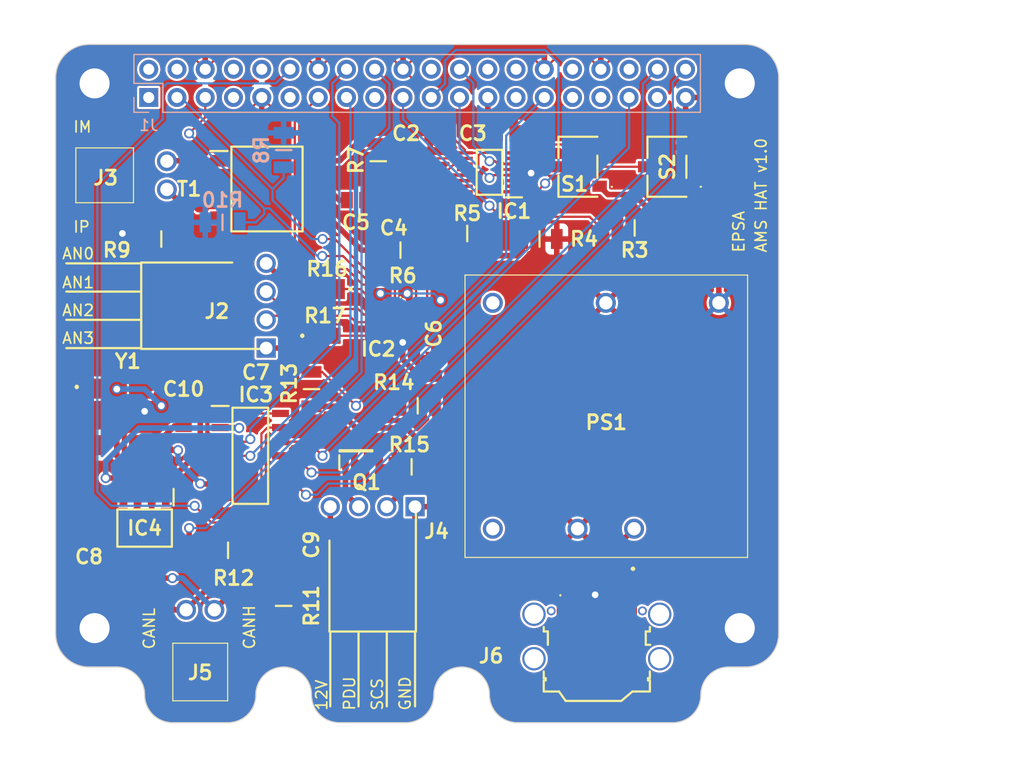
<source format=kicad_pcb>
(kicad_pcb (version 20240108) (generator "pcbnew") (generator_version "8.0")
  (title_block (date "15 nov 2012"))
  (layers (0 "F.Cu" signal) (31 "B.Cu" signal) (34 "B.Paste" user) (35 "F.Paste" user) (36 "B.SilkS" user "B.Silkscreen") (37 "F.SilkS" user "F.Silkscreen") (38 "B.Mask" user) (39 "F.Mask" user) (44 "Edge.Cuts" user))
  (net 0 "")
  (net 1 "GND")
  (net 2 "/GPIO2{slash}SDA1")
  (net 3 "/GPIO3{slash}SCL1")
  (net 4 "/GPIO4{slash}GPCLK0")
  (net 5 "/GPIO14{slash}TXD0")
  (net 6 "/GPIO15{slash}RXD0")
  (net 7 "/GPIO21{slash}PCM.DOUT{slash}SPI1.SCLK")
  (net 8 "/GPIO18{slash}PCM.CLK{slash}SPI1.CE0")
  (net 9 "/GPIO27")
  (net 10 "/GPIO22")
  (net 11 "/GPIO23")
  (net 12 "/GPIO24")
  (net 13 "/GPIO10{slash}SPI0.MOSI")
  (net 14 "/GPIO9{slash}SPI0.MISO")
  (net 15 "/GPIO25")
  (net 16 "/GPIO11{slash}SPI0.SCLK")
  (net 17 "/GPIO8{slash}SPI0.CE0")
  (net 18 "/GPIO7{slash}SPI0.CE1")
  (net 19 "/ID_SDA")
  (net 20 "/ID_SCL")
  (net 21 "/GPIO5")
  (net 22 "/GPIO6")
  (net 23 "/GPIO12{slash}PWM0")
  (net 24 "/GPIO13{slash}PWM1")
  (net 25 "/GPIO20{slash}PCM.DIN{slash}SPI1.MOSI")
  (net 26 "/GPIO19{slash}PCM.FS{slash}SPI1.MISO")
  (net 27 "/GPIO26")
  (net 28 "/GPIO16{slash}SPI1.CE2")
  (net 29 "/GPIO17{slash}SPI1.CE1")
  (net 30 "+5V")
  (net 31 "+3V3")
  (net 32 "Net-(C4-Pad2)")
  (net 33 "Net-(T1-SEC_2)")
  (net 34 "Net-(IC3-OSC1)")
  (net 35 "/PHA")
  (net 36 "Net-(IC1-IBIAS)")
  (net 37 "Net-(IC1-IM)")
  (net 38 "Net-(IC1-IP)")
  (net 39 "/POL")
  (net 40 "Net-(IC1-ICMP)")
  (net 41 "/AN2")
  (net 42 "/AN1")
  (net 43 "/AN0")
  (net 44 "/AN3")
  (net 47 "Net-(IC3-TXCAN)")
  (net 49 "Net-(IC3-RXCAN)")
  (net 50 "/CANH")
  (net 52 "/CANL")
  (net 53 "/IP")
  (net 54 "/IM")
  (net 55 "/PDU")
  (net 56 "/SCS Out")
  (net 57 "+12V")
  (net 76 "Net-(C9-Pad1)")
  (net 77 "+5VP")
  (net 78 "Net-(IC2-AIN0)")
  (net 79 "Net-(IC2-AIN3)")
  (footprint "EPSA_lib:CAPC2012X130N" (layer "F.Cu") (at 120.5 89 90)
    (property "Reference" "C9")
    (property "Value" "4.7n" (hide yes))
  )
  (footprint "EPSA_lib:CAPC2012X130N" (layer "F.Cu") (at 131.5 58 90)
    (property "Reference" "C4")
    (property "Value" "10n" (hide yes))
  )
  (footprint "MountingHole:MountingHole_2.7mm_M2.5" (layer "F.Cu") (at 161.5 47.5)
    (property "Reference" "MH2" (hide yes))
    (property "Value" "MountingHole_2.7mm_M2.5" (hide yes))
  )
  (footprint "EPSA_lib:USB472003A" (layer "F.Cu") (at 148.65 99)
    (property "Reference" "J6")
    (property "Value" "Connecteur USB-C USB4720-03-A" (hide yes))
  )
  (footprint "EPSA_lib:RESC3216X70N" (layer "F.Cu") (at 152.05 60.5 180)
    (property "Reference" "R3")
    (property "Value" "2k" (hide yes))
  )
  (footprint "EPSA_lib:RESC3216X70N" (layer "F.Cu") (at 129 54.5 90)
    (property "Reference" "R7")
    (property "Value" "51" (hide yes))
  )
  (footprint "EPSA_lib:RESC3216X70N" (layer "F.Cu") (at 123 75 90)
    (property "Reference" "R13")
    (property "Value" "3k9" (hide yes))
  )
  (footprint "EPSA_lib:RESC3216X70N" (layer "F.Cu") (at 109.5 61.5)
    (property "Reference" "R9")
    (property "Value" "2k" (hide yes))
  )
  (footprint "EPSA_lib:RESC3216X70N" (layer "F.Cu") (at 131 62.5)
    (property "Reference" "R6")
    (property "Value" "51" (hide yes))
  )
  (footprint "EPSA_lib:1718574002" (layer "F.Cu") (at 111.73 94.8565)
    (property "Reference" "J5")
    (property "Value" "2P Angle 171857-4002" (hide yes))
  )
  (footprint "EPSA_lib:RESC3216X70N" (layer "F.Cu") (at 120.5 94.5 -90)
    (property "Reference" "R11")
    (property "Value" "60" (hide yes))
  )
  (footprint "EPSA_lib:SOT95P237X112-3N" (layer "F.Cu") (at 127 80.55 90)
    (property "Reference" "Q1")
    (property "Value" "NMOS SQ2348ES-T1_GE3" (hide yes))
  )
  (footprint "EPSA_lib:CAPC2012X130N" (layer "F.Cu") (at 140.5 52)
    (property "Reference" "C3")
    (property "Value" "100n" (hide yes))
  )
  (footprint "EPSA_lib:HDRRA4W66P0X254_1X4_762X818X635P" (layer "F.Cu") (at 118.924 71.31 90)
    (property "Reference" "J2")
    (property "Value" "4P Angle 171857-4004" (hide yes))
  )
  (footprint "EPSA_lib:RESC3216X70N" (layer "F.Cu") (at 132 82)
    (property "Reference" "R15")
    (property "Value" "8k2" (hide yes))
  )
  (footprint "EPSA_lib:RCS0805_E3" (layer "F.Cu") (at 124.175 70.2)
    (property "Reference" "R17")
    (property "Value" "47 .5W" (hide yes))
  )
  (footprint "EPSA_lib:SOP50P490X110-16N" (layer "F.Cu") (at 139 55.5 180)
    (property "Reference" "IC1")
    (property "Value" "LTC6820HMS#PBF" (hide yes))
  )
  (footprint "EPSA_lib:CAPC2012X130N" (layer "F.Cu") (at 127 58)
    (property "Reference" "C5")
    (property "Value" "10n" (hide yes))
  )
  (footprint "EPSA_lib:CAPC2012X130N" (layer "F.Cu") (at 111.5 77.5 90)
    (property "Reference" "C10")
    (property "Value" "22p" (hide yes))
  )
  (footprint "EPSA_lib:CB33C20M0000" (layer "F.Cu") (at 105.5 77.5 -90)
    (property "Reference" "Y1")
    (property "Value" "Oscillateur CB3-3C-20M0000" (hide yes))
  )
  (footprint "MountingHole:MountingHole_2.7mm_M2.5" (layer "F.Cu") (at 103.5 96.5)
    (property "Reference" "MH3" (hide yes))
    (property "Value" "MountingHole_2.7mm_M2.5" (hide yes))
  )
  (footprint "EPSA_lib:SOIC127P600X175-14N" (layer "F.Cu") (at 117.5 81)
    (property "Reference" "IC3")
    (property "Value" "CAN Controller MCP2518FDT-H_SL" (hide yes))
  )
  (footprint "EPSA_lib:RESC3216X70N" (layer "F.Cu") (at 143.5 61.5)
    (property "Reference" "R4")
    (property "Value" "2.8k" (hide yes))
  )
  (footprint "MountingHole:MountingHole_2.7mm_M2.5" (layer "F.Cu") (at 103.5 47.5)
    (property "Reference" "MH1" (hide yes))
    (property "Value" "MountingHole_2.7mm_M2.5" (hide yes))
  )
  (footprint "EPSA_lib:CAS120B" (layer "F.Cu") (at 154.95 55 90)
    (property "Reference" "S2")
    (property "Value" "CAS-120B" (hide yes))
  )
  (footprint "EPSA_lib:CAPC2012X130N" (layer "F.Cu") (at 134.5 52 180)
    (property "Reference" "C2")
    (property "Value" "100n" (hide yes))
  )
  (footprint "EPSA_lib:HDRRA4W66P0X254_1X4_762X818X635P" (layer "F.Cu") (at 132.31 85.576 180)
    (property "Reference" "J4")
    (property "Value" "4P Angle 171857-4004" (hide yes))
  )
  (footprint "EPSA_lib:THN301211" (layer "F.Cu") (at 152 87.56)
    (property "Reference" "PS1")
    (property "Value" "Alim" (hide yes))
  )
  (footprint "EPSA_lib:1718574002" (layer "F.Cu") (at 110 54.5 -90)
    (property "Reference" "J3")
    (property "Value" "2P Angle 171857-4002" (hide yes))
  )
  (footprint "EPSA_lib:RESC3216X70N" (layer "F.Cu") (at 137 61)
    (property "Reference" "R5")
    (property "Value" "1.21k" (hide yes))
  )
  (footprint "EPSA_lib:ADS1115QNKSRQ1" (layer "F.Cu") (at 130.25 68.29 -90)
    (property "Reference" "IC2")
    (property "Value" "ADC I2C ADS1115QNKSRQ1" (hide yes))
  )
  (footprint "MountingHole:MountingHole_2.7mm_M2.5" (layer "F.Cu") (at 161.5 96.5)
    (property "Reference" "MH4" (hide yes))
    (property "Value" "MountingHole_2.7mm_M2.5" (hide yes))
  )
  (footprint "EPSA_lib:CAPC2012X130N" (layer "F.Cu") (at 115 74)
    (property "Reference" "C7")
    (property "Value" "100n" (hide yes))
  )
  (footprint "EPSA_lib:RESC3216X70N" (layer "F.Cu") (at 115.5 89.5 180)
    (property "Reference" "R12")
    (property "Value" "60" (hide yes))
  )
  (footprint "EPSA_lib:CAS120B" (layer "F.Cu") (at 146.95 55 90)
    (property "Reference" "S1")
    (property "Value" "CAS-120B" (hide yes))
  )
  (footprint "EPSA_lib:RESC3216X70N" (layer "F.Cu") (at 132.55 76.5 180)
    (property "Reference" "R14")
    (property "Value" "8k2" (hide yes))
  )
  (footprint "EPSA_lib:CAPC2012X130N" (layer "F.Cu") (at 134 73 90)
    (property "Reference" "C6")
    (property "Value" "100n" (hide yes))
  )
  (footprint "EPSA_lib:SOP254P927X572-6N" (layer "F.Cu") (at 119 57)
    (property "Reference" "T1")
    (property "Value" "SM91502ALE" (hide yes))
  )
  (footprint "EPSA_lib:CAPC2012X130N" (layer "F.Cu") (at 103 87.5375 90)
    (property "Reference" "C8")
    (property "Value" "100n" (hide yes))
  )
  (footprint "EPSA_lib:RCS1206_E3" (layer "F.Cu") (at 124.2 66 180)
    (property "Reference" "R16")
    (property "Value" "24 .5W" (hide yes))
  )
  (footprint "EPSA_lib:SOIC127P600X165-8N" (layer "F.Cu") (at 108 87.5 -90)
    (property "Reference" "IC4")
    (property "Value" "CAN Transceiver BD41041FJ-CE2" (hide yes))
  )
  (footprint "Connector_PinSocket_2.54mm:PinSocket_2x20_P2.54mm_Vertical" (layer "B.Cu") (at 108.37 48.77 -90)
    (property "Reference" "J1")
    (property "Value" "GPIO")
  )
  (footprint "EPSA_lib:RESC3216X70N" (layer "B.Cu") (at 115 60 180)
    (property "Reference" "R10")
    (property "Value" "2k" (hide yes))
  )
  (footprint "EPSA_lib:RESC3216X70N" (layer "B.Cu") (at 120.5 53.5 90)
    (property "Reference" "R8")
    (property "Value" "2k" (hide yes))
  )
  (gr_arc (start 158 102.5) (mid 157.267767 104.267767) (end 155.5 105) (stroke (width 0.1)) (layer "Edge.Cuts"))
  (gr_arc (start 118 102.5) (mid 117.267767 104.267767) (end 115.5 105) (stroke (width 0.1)) (layer "Edge.Cuts"))
  (gr_arc (start 105.5 100) (mid 107.267767 100.732233) (end 108 102.5) (stroke (width 0.1)) (layer "Edge.Cuts"))
  (gr_arc (start 118 102.5) (mid 118.732233 100.732233) (end 120.5 100) (stroke (width 0.1)) (layer "Edge.Cuts"))
  (gr_arc (start 162 44) (mid 164.12132 44.87868) (end 165 47) (stroke (width 0.1)) (layer "Edge.Cuts"))
  (gr_arc (start 158 102.5) (mid 158.732233 100.732233) (end 160.5 100) (stroke (width 0.1)) (layer "Edge.Cuts"))
  (gr_line (start 165 97) (end 165 47) (stroke (width 0.1)) (layer "Edge.Cuts"))
  (gr_arc (start 136.5 100) (mid 138.267767 100.732233) (end 139 102.5) (stroke (width 0.1)) (layer "Edge.Cuts"))
  (gr_line (start 100 47) (end 100 63) (stroke (width 0.1)) (layer "Edge.Cuts"))
  (gr_arc (start 141.5 105) (mid 139.732233 104.267767) (end 139 102.5) (stroke (width 0.1)) (layer "Edge.Cuts"))
  (gr_arc (start 134 102.5) (mid 133.267767 104.267767) (end 131.5 105) (stroke (width 0.1)) (layer "Edge.Cuts"))
  (gr_line (start 125.5 105) (end 131.5 105) (stroke (width 0.1)) (layer "Edge.Cuts"))
  (gr_line (start 141.5 105) (end 155.5 105) (stroke (width 0.1)) (layer "Edge.Cuts"))
  (gr_line (start 100 63) (end 100 81) (stroke (width 0.1)) (layer "Edge.Cuts"))
  (gr_arc (start 103 100) (mid 100.87868 99.12132) (end 100 97) (stroke (width 0.1)) (layer "Edge.Cuts"))
  (gr_arc (start 125.5 105) (mid 123.732233 104.267767) (end 123 102.5) (stroke (width 0.1)) (layer "Edge.Cuts"))
  (gr_line (start 110.5 105) (end 115.5 105) (stroke (width 0.1)) (layer "Edge.Cuts"))
  (gr_line (start 103 100) (end 105.5 100) (stroke (width 0.1)) (layer "Edge.Cuts"))
  (gr_arc (start 134 102.5) (mid 134.732233 100.732233) (end 136.5 100) (stroke (width 0.1)) (layer "Edge.Cuts"))
  (gr_arc (start 120.5 100) (mid 122.267767 100.732233) (end 123 102.5) (stroke (width 0.1)) (layer "Edge.Cuts"))
  (gr_arc (start 110.5 105) (mid 108.732233 104.267767) (end 108 102.5) (stroke (width 0.1)) (layer "Edge.Cuts"))
  (gr_line (start 160.5 100) (end 162 100) (stroke (width 0.1)) (layer "Edge.Cuts"))
  (gr_arc (start 165 97) (mid 164.12132 99.12132) (end 162 100) (stroke (width 0.1)) (layer "Edge.Cuts"))
  (gr_arc (start 100 47) (mid 100.87868 44.87868) (end 103 44) (stroke (width 0.1)) (layer "Edge.Cuts"))
  (gr_line (start 100 81) (end 100 97) (stroke (width 0.1)) (layer "Edge.Cuts"))
  (gr_line (start 162 44) (end 103 44) (stroke (width 0.1)) (layer "Edge.Cuts"))
  (gr_text "AN1" (at 100.5 66 0) (layer "F.SilkS") (effects (font (size 1 1)) (justify left bottom)))
  (gr_text "CANH" (at 118 98.5 90) (layer "F.SilkS") (effects (font (size 1 1)) (justify left bottom)))
  (gr_text "AMS HAT v1.0" (at 164 62.8 90) (layer "F.SilkS") (effects (font (size 1 1)) (justify left bottom)))
  (gr_text "EPSA" (at 162 62.8 90) (layer "F.SilkS") (effects (font (size 1 1)) (justify left bottom)))
  (gr_text "CANL" (at 109 98.5 90) (layer "F.SilkS") (effects (font (size 1 1)) (justify left bottom)))
  (gr_text "PDU" (at 127 104 90) (layer "F.SilkS") (effects (font (size 1 1)) (justify left bottom)))
  (gr_text "IM" (at 101.5 52 0) (layer "F.SilkS") (effects (font (size 1 1)) (justify left bottom)))
  (gr_text "SCS" (at 129.5 104 90) (layer "F.SilkS") (effects (font (size 1 1)) (justify left bottom)))
  (gr_text "AN0" (at 100.5 63.4 0) (layer "F.SilkS") (effects (font (size 1 1)) (justify left bottom)))
  (gr_text "IP" (at 101.5 61 0) (layer "F.SilkS") (effects (font (size 1 1)) (justify left bottom)))
  (gr_text "AN3" (at 100.5 71 0) (layer "F.SilkS") (effects (font (size 1 1)) (justify left bottom)))
  (gr_text "GND" (at 132 104 90) (layer "F.SilkS") (effects (font (size 1 1)) (justify left bottom)))
  (gr_text "AN2" (at 100.5 68.5 0) (layer "F.SilkS") (effects (font (size 1 1)) (justify left bottom)))
  (gr_text "12V" (at 124.5 104 90) (layer "F.SilkS") (effects (font (size 1 1)) (justify left bottom)))
  (segment (start 119.5 49.74) (end 119.5 50) (width 0.2) (layer "F.Cu") (net 1))
  (segment (start 148 45.22) (end 148 45) (width 0.2) (layer "F.Cu") (net 1))
  (segment (start 114.68 45) (end 115 45) (width 0.2) (layer "F.Cu") (net 1))
  (segment (start 117.5 49.8) (end 118.53 48.77) (width 0.2) (layer "F.Cu") (net 1))
  (segment (start 113.45 46.23) (end 114.68 45) (width 0.2) (layer "F.Cu") (net 1))
  (segment (start 131.23 46.23) (end 132.5 47.5) (width 0.2) (layer "F.Cu") (net 1))
  (segment (start 143 45.3) (end 143 45) (width 0.2) (layer "F.Cu") (net 1))
  (segment (start 123.61 46.23) (end 124.5 45.34) (width 0.2) (layer "F.Cu") (net 1))
  (segment (start 111.5 76.68) (end 109.68 76.68) (width 0.5) (layer "F.Cu") (net 1))
  (segment (start 131.23 46.23) (end 132 45.46) (width 0.2) (layer "F.Cu") (net 1))
  (segment (start 143.93 46.23) (end 145 45.16) (width 0.2) (layer "F.Cu") (net 1))
  (segment (start 148 45.22) (end 149.01 46.23) (width 0.2) (layer "F.Cu") (net 1))
  (segment (start 129.2 66.4) (end 129.4 66.6) (width 0.2) (layer "F.Cu") (net 1))
  (segment (start 122.5 45.12) (end 123.61 46.23) (width 0.2) (layer "F.Cu") (net 1))
  (segment (start 124.5 45.34) (end 124.5 45) (width 0.2) (layer "F.Cu") (net 1))
  (segment (start 118.53 48.77) (end 119.5 49.74) (width 0.2) (layer "F.Cu") (net 1))
  (segment (start 143 45.3) (end 143.93 46.23) (width 0.2) (layer "F.Cu") (net 1))
  (segment (start 132 45.46) (end 132 45) (width 0.2) (layer "F.Cu") (net 1))
  (segment (start 131.6 66.4) (end 131.6 66.6) (width 0.2) (layer "F.Cu") (net 1))
  (segment (start 131.23 46.27) (end 131 46.5) (width 0.2) (layer "F.Cu") (net 1))
  (segment (start 117.5 49.8) (end 117.5 50) (width 0.2) (layer "F.Cu") (net 1))
  (segment (start 109.68 76.68) (end 109.5 76.5) (width 0.5) (layer "F.Cu") (net 1))
  (segment (start 112.22 45) (end 112 45) (width 0.2) (layer "F.Cu") (net 1))
  (segment (start 131.6 67.2) (end 131.6 66.4) (width 0.2) (layer "F.Cu") (net 1))
  (segment (start 131 67.6) (end 131.2 67.6) (width 0.2) (layer "F.Cu") (net 1))
  (segment (start 131.2 67.6) (end 131.6 67.2) (width 0.2) (layer "F.Cu") (net 1))
  (segment (start 130 67.6) (end 130 67.2) (width 0.2) (layer "F.Cu") (net 1))
  (segment (start 130 67.2) (end 129.2 66.4) (width 0.2) (layer "F.Cu") (net 1))
  (segment (start 130.5 45.5) (end 130.5 45) (width 0.2) (layer "F.Cu") (net 1))
  (segment (start 112.22 45) (end 113.45 46.23) (width 0.2) (layer "F.Cu") (net 1))
  (segment (start 150 45.24) (end 150 45) (width 0.2) (layer "F.Cu") (net 1))
  (segment (start 122.5 45.12) (end 122.5 45) (width 0.2) (layer "F.Cu") (net 1))
  (segment (start 149.01 46.23) (end 150 45.24) (width 0.2) (layer "F.Cu") (net 1))
  (segment (start 145 45.16) (end 145 45) (width 0.2) (layer "F.Cu") (net 1))
  (segment (start 131.23 46.23) (end 130.5 45.5) (width 0.2) (layer "F.Cu") (net 1))
  (via (at 129.2 66.4) (size 0.9) (drill 0.6) (layers "F.Cu" "B.Cu") (net 1))
  (via (at 134.6 67) (size 0.9) (drill 0.6) (layers "F.Cu" "B.Cu") (net 1))
  (via (at 105.5 75) (size 0.9) (drill 0.6) (layers "F.Cu" "B.Cu") (net 1))
  (via (at 131.6 66.4) (size 0.9) (drill 0.6) (layers "F.Cu" "B.Cu") (net 1))
  (via (at 109.5 76.5) (size 0.9) (drill 0.6) (layers "F.Cu" "B.Cu") (net 1))
  (segment (start 138.85 48.77) (end 138.85 49.31) (width 0.5) (layer "B.Cu") (net 1))
  (segment (start 134 66.4) (end 134.6 67) (width 0.2) (layer "B.Cu") (net 1))
  (segment (start 129.2 66.4) (end 131.6 66.4) (width 0.2) (layer "B.Cu") (net 1))
  (segment (start 108 75) (end 105.5 75) (width 0.5) (layer "B.Cu") (net 1))
  (segment (start 131.6 66.4) (end 134 66.4) (width 0.2) (layer "B.Cu") (net 1))
  (segment (start 109.5 76.5) (end 108 75) (width 0.5) (layer "B.Cu") (net 1))
  (segment (start 132.2 64.4) (end 133.4 65.6) (width 0.2) (layer "F.Cu") (net 2))
  (segment (start 133.4 65.6) (end 133.4 68.2) (width 0.2) (layer "F.Cu") (net 2))
  (segment (start 133.4 68.2) (end 132.62 68.98) (width 0.2) (layer "F.Cu") (net 2))
  (segment (start 128 64.4) (end 132.2 64.4) (width 0.2) (layer "F.Cu") (net 2))
  (segment (start 124 61.5) (end 125.1 61.5) (width 0.2) (layer "F.Cu") (net 2))
  (segment (start 132.62 68.98) (end 131 68.98) (width 0.2) (layer "F.Cu") (net 2))
  (segment (start 125.1 61.5) (end 128 64.4) (width 0.2) (layer "F.Cu") (net 2))
  (via (at 124 61.5) (size 0.9) (drill 0.6) (layers "F.Cu" "B.Cu") (net 2))
  (segment (start 119.5 57) (end 120.5 56) (width 0.2) (layer "B.Cu") (net 2))
  (segment (start 119.5 58) (end 119.5 57) (width 0.2) (layer "B.Cu") (net 2))
  (segment (start 124 61.5) (end 123 61.5) (width 0.2) (layer "B.Cu") (net 2))
  (segment (start 110.91 48.77) (end 111.27 48.77) (width 0.2) (layer "B.Cu") (net 2))
  (segment (start 111.27 48.77) (end 119.5 57) (width 0.2) (layer "B.Cu") (net 2))
  (segment (start 120.5 56) (end 120.5 55.05) (width 0.2) (layer "B.Cu") (net 2))
  (segment (start 123 61.5) (end 119.5 58) (width 0.2) (layer "B.Cu") (net 2))
  (segment (start 113.45 50.55) (end 112 52) (width 0.2) (layer "F.Cu") (net 3))
  (segment (start 113.45 48.77) (end 113.45 50.55) (width 0.2) (layer "F.Cu") (net 3))
  (segment (start 132.4 68) (end 132.11 68.29) (width 0.2) (layer "F.Cu") (net 3))
  (segment (start 131.6 65) (end 132.4 65.8) (width 0.2) (layer "F.Cu") (net 3))
  (segment (start 132.4 65.8) (end 132.4 68) (width 0.2) (layer "F.Cu") (net 3))
  (segment (start 125.830331 63.030331) (end 127.8 65) (width 0.2) (layer "F.Cu") (net 3))
  (segment (start 132.11 68.29) (end 131.115 68.29) (width 0.2) (layer "F.Cu") (net 3))
  (segment (start 123.969669 63.030331) (end 125.830331 63.030331) (width 0.2) (layer "F.Cu") (net 3))
  (segment (start 127.8 65) (end 131.6 65) (width 0.2) (layer "F.Cu") (net 3))
  (via (at 112 52) (size 0.9) (drill 0.6) (layers "F.Cu" "B.Cu") (net 3))
  (via (at 123.969669 63.030331) (size 0.9) (drill 0.6) (layers "F.Cu" "B.Cu") (net 3))
  (segment (start 118.75 58.75) (end 119.25 58.75) (width 0.2) (layer "B.Cu") (net 3))
  (segment (start 112 52) (end 118.75 58.75) (width 0.2) (layer "B.Cu") (net 3))
  (segment (start 116.55 60) (end 118 60) (width 0.2) (layer "B.Cu") (net 3))
  (segment (start 119.25 58.75) (end 123.530331 63.030331) (width 0.2) (layer "B.Cu") (net 3))
  (segment (start 123.530331 63.030331) (end 123.969669 63.030331) (width 0.2) (layer "B.Cu") (net 3))
  (segment (start 118 60) (end 118.75 59.25) (width 0.2) (layer "B.Cu") (net 3))
  (segment (start 118.75 59.25) (end 118.75 58.75) (width 0.2) (layer "B.Cu") (net 3))
  (segment (start 122 84) (end 122.5 84.5) (width 0.2) (layer "F.Cu") (net 7))
  (segment (start 121.27 82.27) (end 122 83) (width 0.2) (layer "F.Cu") (net 7))
  (segment (start 122 83) (end 122 84) (width 0.2) (layer "F.Cu") (net 7))
  (segment (start 122 84) (end 122.25 84.25) (width 0.2) (layer "F.Cu") (net 7))
  (segment (start 120.212 82.27) (end 121.27 82.27) (width 0.2) (layer "F.Cu") (net 7))
  (via (at 122.5 84.5) (size 0.9) (drill 0.6) (layers "F.Cu" "B.Cu") (net 7))
  (segment (start 123.5 84.5) (end 124.5 83.5) (width 0.2) (layer "B.Cu") (net 7))
  (segment (start 124.5 83.5) (end 127.5 83.5) (width 0.2) (layer "B.Cu") (net 7))
  (segment (start 155.48 55.52) (end 155.48 47.38) (width 0.2) (layer "B.Cu") (net 7))
  (segment (start 127.5 83.5) (end 155.48 55.52) (width 0.2) (layer "B.Cu") (net 7))
  (segment (start 122.5 84.5) (end 123.5 84.5) (width 0.2) (layer "B.Cu") (net 7))
  (segment (start 155.48 47.38) (end 156.63 46.23) (width 0.2) (layer "B.Cu") (net 7))
  (segment (start 119.04 78.46) (end 118.5 79) (width 0.2) (layer "F.Cu") (net 8))
  (segment (start 118.5 84.5) (end 116 87) (width 0.2) (layer "F.Cu") (net 8))
  (segment (start 118.5 79) (end 118.5 84.5) (width 0.2) (layer "F.Cu") (net 8))
  (segment (start 116 87) (end 114 87) (width 0.2) (layer "F.Cu") (net 8))
  (segment (start 120.212 78.46) (end 119.04 78.46) (width 0.2) (layer "F.Cu") (net 8))
  (segment (start 114 87) (end 112.5 85.5) (width 0.2) (layer "F.Cu") (net 8))
  (via (at 112.5 85.5) (size 0.9) (drill 0.6) (layers "F.Cu" "B.Cu") (net 8))
  (segment (start 105 85.5) (end 103.75 84.25) (width 0.2) (layer "B.Cu") (net 8))
  (segment (start 110 47.5) (end 119.8 47.5) (width 0.2) (layer "B.Cu") (net 8))
  (segment (start 112.5 85.5) (end 105 85.5) (width 0.2) (layer "B.Cu") (net 8))
  (segment (start 103.75 84.25) (end 103.75 56.603654) (width 0.2) (layer "B.Cu") (net 8))
  (segment (start 109.634066 47.865934) (end 110 47.5) (width 0.2) (layer "B.Cu") (net 8))
  (segment (start 103.75 56.603654) (end 109.634066 50.719588) (width 0.2) (layer "B.Cu") (net 8))
  (segment (start 109.634066 50.719588) (end 109.634066 47.865934) (width 0.2) (layer "B.Cu") (net 8))
  (segment (start 119.8 47.5) (end 121.07 46.23) (width 0.2) (layer "B.Cu") (net 8))
  (segment (start 111.05 61.5) (end 112 61.5) (width 0.2) (layer "F.Cu") (net 9))
  (segment (start 130.5 65.9) (end 130.5 67.6) (width 0.2) (layer "F.Cu") (net 9))
  (segment (start 112.5 62) (end 120.5 62) (width 0.2) (layer "F.Cu") (net 9))
  (segment (start 126.2 64.2) (end 127.6 65.6) (width 0.2) (layer "F.Cu") (net 9))
  (segment (start 112 61.5) (end 112.5 62) (width 0.2) (layer "F.Cu") (net 9))
  (segment (start 122.2 63) (end 123.4 64.2) (width 0.2) (layer "F.Cu") (net 9))
  (segment (start 130.2 65.6) (end 130.5 65.9) (width 0.2) (layer "F.Cu") (net 9))
  (segment (start 121.5 63) (end 122.2 63) (width 0.2) (layer "F.Cu") (net 9))
  (segment (start 121.5 50.88) (end 123.61 48.77) (width 0.2) (layer "F.Cu") (net 9))
  (segment (start 120.5 62) (end 121.5 63) (width 0.2) (layer "F.Cu") (net 9))
  (segment (start 123.4 64.2) (end 126.2 64.2) (width 0.2) (layer "F.Cu") (net 9))
  (segment (start 127.6 65.6) (end 130.2 65.6) (width 0.2) (layer "F.Cu") (net 9))
  (segment (start 121.5 63) (end 121.5 50.88) (width 0.2) (layer "F.Cu") (net 9))
  (segment (start 114.788 81) (end 117.5 81) (width 0.2) (layer "F.Cu") (net 10))
  (via (at 117.5 81) (size 0.9) (drill 0.6) (layers "F.Cu" "B.Cu") (net 10))
  (segment (start 126.5 49.12) (end 126.5 72) (width 0.2) (layer "B.Cu") (net 10))
  (segment (start 126.15 48.77) (end 126.5 49.12) (width 0.2) (layer "B.Cu") (net 10))
  (segment (start 126.5 72) (end 117.5 81) (width 0.2) (layer "B.Cu") (net 10))
  (segment (start 114.788 79.73) (end 117.27 79.73) (width 0.2) (layer "F.Cu") (net 11))
  (segment (start 117.27 79.73) (end 117.5 79.5) (width 0.2) (layer "F.Cu") (net 11))
  (via (at 117.5 79.5) (size 0.9) (drill 0.6) (layers "F.Cu" "B.Cu") (net 11))
  (segment (start 117.5 78.560661) (end 117.5 79.5) (width 0.2) (layer "B.Cu") (net 11))
  (segment (start 124.878405 47.501595) (end 124.878405 50.43189) (width 0.2) (layer "B.Cu") (net 11))
  (segment (start 125.5 70.560661) (end 117.5 78.560661) (width 0.2) (layer "B.Cu") (net 11))
  (segment (start 125.5 51.053485) (end 125.5 70.560661) (width 0.2) (layer "B.Cu") (net 11))
  (segment (start 124.878405 50.43189) (end 125.5 51.053485) (width 0.2) (layer "B.Cu") (net 11))
  (segment (start 126.15 46.23) (end 124.878405 47.501595) (width 0.2) (layer "B.Cu") (net 11))
  (segment (start 112 89.5) (end 112 87.5) (width 0.5) (layer "F.Cu") (net 12))
  (segment (start 111.225 90.275) (end 112 89.5) (width 0.5) (layer "F.Cu") (net 12))
  (segment (start 109.905 90.275) (end 111.225 90.275) (width 0.5) (layer "F.Cu") (net 12))
  (via (at 112 87.5) (size 0.9) (drill 0.6) (layers "F.Cu" "B.Cu") (net 12))
  (segment (start 130 51.5) (end 127.5 54) (width 0.2) (layer "B.Cu") (net 12))
  (segment (start 127.5 54) (end 127.5 73.5) (width 0.2) (layer "B.Cu") (net 12))
  (segment (start 113.5 87.5) (end 112 87.5) (width 0.2) (layer "B.Cu") (net 12))
  (segment (start 127.5 73.5) (end 113.5 87.5) (width 0.2) (layer "B.Cu") (net 12))
  (segment (start 128.69 46.23) (end 130 47.54) (width 0.2) (layer "B.Cu") (net 12))
  (segment (start 130 47.54) (end 130 51.5) (width 0.2) (layer "B.Cu") (net 12))
  (segment (start 142.1745 56.75) (end 142.5 57.0755) (width 0.2) (layer "F.Cu") (net 13))
  (segment (start 140 59.5) (end 139 58.5) (width 0.2) (layer "F.Cu") (net 13))
  (segment (start 142 59) (end 141.5 59.5) (width 0.2) (layer "F.Cu") (net 13))
  (segment (start 141.5 59.5) (end 140 59.5) (width 0.2) (layer "F.Cu") (net 13))
  (segment (start 141.212 56.75) (end 142.1745 56.75) (width 0.2) (layer "F.Cu") (net 13))
  (segment (start 142.5 57.0755) (end 142.5 58.5) (width 0.2) (layer "F.Cu") (net 13))
  (segment (start 142.5 58.5) (end 142 59) (width 0.2) (layer "F.Cu") (net 13))
  (via (at 139 58.5) (size 0.9) (drill 0.6) (layers "F.Cu" "B.Cu") (net 13))
  (segment (start 131.23 48.77) (end 131.23 50.73) (width 0.2) (layer "B.Cu") (net 13))
  (segment (start 131.23 50.73) (end 139.25 58.75) (width 0.2) (layer "B.Cu") (net 13))
  (segment (start 143 59) (end 143.5 59.5) (width 0.2) (layer "F.Cu") (net 14))
  (segment (start 141.212 56.25) (end 142.240186 56.25) (width 0.2) (layer "F.Cu") (net 14))
  (segment (start 149 60.5) (end 150.5 60.5) (width 0.2) (layer "F.Cu") (net 14))
  (segment (start 143 57.009814) (end 143.490186 57.009814) (width 0.2) (layer "F.Cu") (net 14))
  (segment (start 143.5 59.5) (end 148 59.5) (width 0.2) (layer "F.Cu") (net 14))
  (segment (start 143 57.009814) (end 143 59) (width 0.2) (layer "F.Cu") (net 14))
  (segment (start 142.240186 56.25) (end 143 57.009814) (width 0.2) (layer "F.Cu") (net 14))
  (segment (start 148 59.5) (end 149 60.5) (width 0.2) (layer "F.Cu") (net 14))
  (segment (start 143.490186 57.009814) (end 144 56.5) (width 0.2) (layer "F.Cu") (net 14))
  (via (at 144 56.5) (size 0.9) (drill 0.6) (layers "F.Cu" "B.Cu") (net 14))
  (segment (start 145.204157 45.704157) (end 144 44.5) (width 0.2) (layer "B.Cu") (net 14))
  (segment (start 135 47.54) (end 133.77 48.77) (width 0.2) (layer "B.Cu") (net 14))
  (segment (start 144 44.5) (end 135.956827 44.5) (width 0.2) (layer "B.Cu") (net 14))
  (segment (start 145.204157 55.295843) (end 145.204157 45.704157) (width 0.2) (layer "B.Cu") (net 14))
  (segment (start 135 45.456827) (end 135 47.54) (width 0.2) (layer "B.Cu") (net 14))
  (segment (start 135.956827 44.5) (end 135 45.456827) (width 0.2) (layer "B.Cu") (net 14))
  (segment (start 144 56.5) (end 145.204157 55.295843) (width 0.2) (layer "B.Cu") (net 14))
  (segment (start 141.212 55.75) (end 139.5 55.75) (width 0.2) (layer "F.Cu") (net 16))
  (segment (start 139.25 55.75) (end 139 56) (width 0.2) (layer "F.Cu") (net 16))
  (segment (start 139.5 55.75) (end 139.25 55.75) (width 0.2) (layer "F.Cu") (net 16))
  (via (at 139 56) (size 0.9) (drill 0.6) (layers "F.Cu" "B.Cu") (net 16))
  (segment (start 136.31 53.31) (end 136.31 48.77) (width 0.2) (layer "B.Cu") (net 16))
  (segment (start 139 56) (end 136.31 53.31) (width 0.2) (layer "B.Cu") (net 16))
  (segment (start 141.212 55.25) (end 140.25 55.25) (width 0.2) (layer "F.Cu") (net 17))
  (segment (start 139.5 54.5) (end 139 54.5) (width 0.2) (layer "F.Cu") (net 17))
  (segment (start 140.25 55.25) (end 139.5 54.5) (width 0.2) (layer "F.Cu") (net 17))
  (via (at 139 54.5) (size 0.9) (drill 0.6) (layers "F.Cu" "B.Cu") (net 17))
  (segment (start 139 54.5) (end 137.552435 53.052435) (width 0.2) (layer "B.Cu") (net 17))
  (segment (start 137.552435 53.052435) (end 137.552435 47.472435) (width 0.2) (layer "B.Cu") (net 17))
  (segment (start 137.552435 47.472435) (end 136.31 46.23) (width 0.2) (layer "B.Cu") (net 17))
  (segment (start 123.95 73.45) (end 127 76.5) (width 0.2) (layer "F.Cu") (net 21))
  (segment (start 123 73.45) (end 123.95 73.45) (width 0.2) (layer "F.Cu") (net 21))
  (via (at 127 76.5) (size 0.9) (drill 0.6) (layers "F.Cu" "B.Cu") (net 21))
  (segment (start 140.5 52.2) (end 143.93 48.77) (width 0.2) (layer "B.Cu") (net 21))
  (segment (start 140.5 63) (end 140.5 52.2) (width 0.2) (layer "B.Cu") (net 21))
  (segment (start 127 76.5) (end 140.5 63) (width 0.2) (layer "B.Cu") (net 21))
  (segment (start 120.212 81) (end 121.5 81) (width 0.2) (layer "F.Cu") (net 25))
  (segment (start 121.5 81) (end 123 82.5) (width 0.2) (layer "F.Cu") (net 25))
  (via (at 123 82.5) (size 0.9) (drill 0.6) (layers "F.Cu" "B.Cu") (net 25))
  (segment (start 152.787872 55.449185) (end 152.787872 47.532128) (width 0.2) (layer "B.Cu") (net 25))
  (segment (start 152.787872 47.532128) (end 154.09 46.23) (width 0.2) (layer "B.Cu") (net 25))
  (segment (start 125.737057 82.5) (end 152.787872 55.449185) (width 0.2) (layer "B.Cu") (net 25))
  (segment (start 123 82.5) (end 125.737057 82.5) (width 0.2) (layer "B.Cu") (net 25))
  (segment (start 122.73 79.73) (end 124 81) (width 0.2) (layer "F.Cu") (net 26))
  (segment (start 120.212 79.73) (end 122.73 79.73) (width 0.2) (layer "F.Cu") (net 26))
  (via (at 124 81) (size 0.9) (drill 0.6) (layers "F.Cu" "B.Cu") (net 26))
  (segment (start 124 80.842943) (end 151.55 53.292943) (width 0.2) (layer "B.Cu") (net 26))
  (segment (start 124 81) (end 124 80.842943) (width 0.2) (layer "B.Cu") (net 26))
  (segment (start 151.55 53.292943) (end 151.55 48.77) (width 0.2) (layer "B.Cu") (net 26))
  (segment (start 137.7505 55.25) (end 136.788 55.25) (width 0.2) (layer "F.Cu") (net 30))
  (segment (start 107.28 75.28) (end 107.28 76.28) (width 0.5) (layer "F.Cu") (net 30))
  (segment (start 105.5 81) (end 105.5 77.06) (width 0.5) (layer "F.Cu") (net 30))
  (segment (start 158 60.5) (end 158 57.85) (width 0.5) (layer "F.Cu") (net 30))
  (segment (start 112.5 73) (end 113.5 74) (width 0.5) (layer "F.Cu") (net 30))
  (segment (start 106.3225 86.7175) (end 107.365 85.675) (width 0.5) (layer "F.Cu") (net 30))
  (segment (start 114.5 75.5) (end 115.25 75.5) (width 0.2) (layer "F.Cu") (net 30))
  (segment (start 146.22 94.28) (end 146.5 94) (width 0.5) (layer "F.Cu") (net 30))
  (segment (start 114.18 74) (end 114.18 75.18) (width 0.2) (layer "F.Cu") (net 30))
  (segment (start 107.95 61.5) (end 106.5 61.5) (width 0.2) (layer "F.Cu") (net 30))
  (segment (start 135.32 52) (end 136.788 53.468) (width 0.2) (layer "F.Cu") (net 30))
  (segment (start 107.6 74.96) (end 107.28 75.28) (width 0.5) (layer "F.Cu") (net 30))
  (segment (start 130.5 68.98) (end 130.5 70.1) (width 0.2) (layer "F.Cu") (net 30))
  (segment (start 110.5 73) (end 112.5 73) (width 0.5) (layer "F.Cu") (net 30))
  (segment (start 142.7438 55.570054) (end 142.733056 55.570596) (width 0.2) (layer "F.Cu") (net 30))
  (segment (start 148.9 56.75) (end 149.65 57.5) (width 0.5) (layer "F.Cu") (net 30))
  (segment (start 132.68 73.82) (end 134 73.82) (width 0.5) (layer "F.Cu") (net 30))
  (segment (start 151.08 94.23) (end 150.85 94) (width 0.5) (layer "F.Cu") (net 30))
  (segment (start 131 76.5) (end 131 75.5) (width 0.5) (layer "F.Cu") (net 30))
  (segment (start 116.94 77.19) (end 120.212 77.19) (width 0.2) (layer "F.Cu") (net 30))
  (segment (start 140.315686 54.75) (end 141.212 54.75) (width 0.2) (layer "F.Cu") (net 30))
  (segment (start 148.5 93.5) (end 148 94) (width 0.5) (layer "F.Cu") (net 30))
  (segment (start 113.5 74) (end 114.18 74) (width 0.5) (layer "F.Cu") (net 30))
  (segment (start 131.2 72.34) (end 132.68 73.82) (width 0.5) (layer "F.Cu") (net 30))
  (segment (start 153.6 60.5) (end 158 60.5) (width 0.5) (layer "F.Cu") (net 30))
  (segment (start 131.2 70.8) (end 131.2 72.34) (width 0.5) (layer "F.Cu") (net 30))
  (segment (start 153.6 59.1) (end 153.6 60.5) (width 0.5) (layer "F.Cu") (net 30))
  (segment (start 139.315686 53.75) (end 140.315686 54.75) (width 0.2) (layer "F.Cu") (net 30))
  (segment (start 136.788 53.468) (end 136.788 53.75) (width 0.2) (layer "F.Cu") (net 30))
  (segment (start 138.2495 53.75) (end 139.315686 53.75) (width 0.2) (layer "F.Cu") (net 30))
  (segment (start 137.7505 53.75) (end 138 53.9995) (width 0.2) (layer "F.Cu") (net 30))
  (segment (start 139.68 52) (end 139.68 53.385686) (width 0.2) (layer "F.Cu") (net 30))
  (segment (start 142.733056 55.308556) (end 142.7438 55.570054) (width 0.2) (layer "F.Cu") (net 30))
  (segment (start 138 53.9995) (end 138 55.0005) (width 0.2) (layer "F.Cu") (net 30))
  (segment (start 148 94) (end 146.5 94) (width 0.5) (layer "F.Cu") (net 30))
  (segment (start 107.6 74.96) (end 108.54 74.96) (width 0.5) (layer "F.Cu") (net 30))
  (segment (start 108.54 74.96) (end 110.5 73) (width 0.5) (layer "F.Cu") (net 30))
  (segment (start 151.08 95) (end 151.08 94.23) (width 0.5) (layer "F.Cu") (net 30))
  (segment (start 107.365 82.865) (end 105.5 81) (width 0.5) (layer "F.Cu") (net 30))
  (segment (start 149 94) (end 148.5 93.5) (width 0.5) (layer "F.Cu") (net 30))
  (segment (start 159.62 62.12) (end 159.62 67.24) (width 0.5) (layer "F.Cu") (net 30))
  (segment (start 103 86.7175) (end 106.3225 86.7175) (width 0.5) (layer "F.Cu") (net 30))
  (segment (start 142.1745 54.75) (end 142.733056 55.308556) (width 0.2) (layer "F.Cu") (net 30))
  (segment (start 130.5 70.1) (end 131.2 70.8) (width 0.2) (layer "F.Cu") (net 30))
  (segment (start 136.788 53.75) (end 137.7505 53.75) (width 0.2) (layer "F.Cu") (net 30))
  (segment (start 158 60.5) (end 159.62 62.12) (width 0.5) (layer "F.Cu") (net 30))
  (segment (start 131 75.5) (end 132.68 73.82) (width 0.5) (layer "F.Cu") (net 30))
  (segment (start 115.25 75.5) (end 116.94 77.19) (width 0.2) (layer "F.Cu") (net 30))
  (segment (start 107.365 84.725) (end 107.365 82.865) (width 0.5) (layer "F.Cu") (net 30))
  (segment (start 138 55.0005) (end 137.7505 55.25) (width 0.2) (layer "F.Cu") (net 30))
  (segment (start 139.68 53.385686) (end 139.315686 53.75) (width 0.2) (layer "F.Cu") (net 30))
  (segment (start 107.28 76.28) (end 108 77) (width 0.5) (layer "F.Cu") (net 30))
  (segment (start 158 57.85) (end 156.9 56.75) (width 0.5) (layer "F.Cu") (net 30))
  (segment (start 138 53.9995) (end 138.2495 53.75) (width 0.2) (layer "F.Cu") (net 30))
  (segment (start 150.85 94) (end 149 94) (width 0.5) (layer "F.Cu") (net 30))
  (segment (start 152 57.5) (end 153.6 59.1) (width 0.5) (layer "F.Cu") (net 30))
  (segment (start 107.365 85.675) (end 107.365 84.725) (width 0.5) (layer "F.Cu") (net 30))
  (segment (start 105.5 77.06) (end 107.6 74.96) (width 0.5) (layer "F.Cu") (net 30))
  (segment (start 149.65 57.5) (end 152 57.5) (width 0.5) (layer "F.Cu") (net 30))
  (segment (start 114.18 75.18) (end 114.5 75.5) (width 0.2) (layer "F.Cu") (net 30))
  (segment (start 141.212 54.75) (end 142.1745 54.75) (width 0.2) (layer "F.Cu") (net 30))
  (segment (start 106.5 61.5) (end 106 61) (width 0.2) (layer "F.Cu") (net 30))
  (segment (start 146.22 95) (end 146.22 94.28) (width 0.5) (layer "F.Cu") (net 30))
  (via (at 142.7438 55.570054) (size 0.9) (drill 0.6) (layers "F.Cu" "B.Cu") (net 30))
  (via (at 131.2 70.8) (size 0.9) (drill 0.6) (layers "F.Cu" "B.Cu") (net 30))
  (via (at 106 61) (size 0.9) (drill 0.6) (layers "F.Cu" "B.Cu") (net 30))
  (via (at 108 77) (size 0.9) (drill 0.6) (layers "F.Cu" "B.Cu") (net 30))
  (via (at 148.5 93.5) (size 0.9) (drill 0.6) (layers "F.Cu" "B.Cu") (net 30))
  (segment (start 131.5 56.9625) (end 130.5875 56.05) (width 0.5) (layer "F.Cu") (net 32))
  (segment (start 132.4625 56.9625) (end 131.5 56.9625) (width 0.5) (layer "F.Cu") (net 32))
  (segment (start 130.5875 56.05) (end 129 56.05) (width 0.5) (layer "F.Cu") (net 32))
  (segment (start 133 57.5) (end 132.4625 56.9625) (width 0.5) (layer "F.Cu") (net 32))
  (segment (start 132.55 60.45) (end 133 60) (width 0.5) (layer "F.Cu") (net 32))
  (segment (start 132.55 62.5) (end 132.55 60.45) (width 0.5) (layer "F.Cu") (net 32))
  (segment (start 133 60) (end 133 57.5) (width 0.5) (layer "F.Cu") (net 32))
  (segment (start 124.5 57) (end 125.5 58) (width 0.5) (layer "F.Cu") (net 33))
  (segment (start 125.5 58) (end 126.18 58) (width 0.5) (layer "F.Cu") (net 33))
  (segment (start 123.325 57) (end 124.5 57) (width 0.5) (layer "F.Cu") (net 33))
  (segment (start 109.5 79.5) (end 110.68 78.32) (width 0.5) (layer "F.Cu") (net 34))
  (segment (start 109.5 79.5) (end 110.5 80.5) (width 0.5) (layer "F.Cu") (net 34))
  (segment (start 110.68 78.32) (end 111.5 78.32) (width 0.5) (layer "F.Cu") (net 34))
  (segment (start 114.788 83.54) (end 113.04 83.54) (width 0.5) (layer "F.Cu") (net 34))
  (segment (start 107.6 80.04) (end 108.96 80.04) (width 0.5) (layer "F.Cu") (net 34))
  (segment (start 113.04 83.54) (end 113 83.5) (width 0.5) (layer "F.Cu") (net 34))
  (segment (start 110.5 80.5) (end 111 80.5) (width 0.5) (layer "F.Cu") (net 34))
  (segment (start 108.96 80.04) (end 109.5 79.5) (width 0.5) (layer "F.Cu") (net 34))
  (via (at 113 83.5) (size 0.9) (drill 0.6) (layers "F.Cu" "B.Cu") (net 34))
  (via (at 111 80.5) (size 0.9) (drill 0.6) (layers "F.Cu" "B.Cu") (net 34))
  (segment (start 111 81.5) (end 113 83.5) (width 0.5) (layer "B.Cu") (net 34))
  (segment (start 111 80.5) (end 111 81.5) (width 0.5) (layer "B.Cu") (net 34))
  (segment (start 145.5 53) (end 144 53) (width 0.2) (layer "F.Cu") (net 35))
  (segment (start 147.5 55) (end 145.5 53) (width 0.2) (layer "F.Cu") (net 35))
  (segment (start 153 55) (end 147.5 55) (width 0.2) (layer "F.Cu") (net 35))
  (segment (start 143.25 53.75) (end 141.212 53.75) (width 0.2) (layer "F.Cu") (net 35))
  (segment (start 144 53) (end 143.25 53.75) (width 0.2) (layer "F.Cu") (net 35))
  (segment (start 138.55 61.5) (end 138.55 59.55) (width 0.2) (layer "F.Cu") (net 36))
  (segment (start 138.55 59.55) (end 136.788 57.788) (width 0.2) (layer "F.Cu") (net 36))
  (segment (start 136.788 57.788) (end 136.788 57.25) (width 0.2) (layer "F.Cu") (net 36))
  (segment (start 127.05 52.95) (end 129 52.95) (width 0.5) (layer "F.Cu") (net 37))
  (segment (start 125.54 54.46) (end 127.05 52.95) (width 0.5) (layer "F.Cu") (net 37))
  (segment (start 132.25 54.25) (end 136.788 54.25) (width 0.2) (layer "F.Cu") (net 37))
  (segment (start 130.95 52.95) (end 132.25 54.25) (width 0.2) (layer "F.Cu") (net 37))
  (segment (start 129 52.95) (end 130.95 52.95) (width 0.2) (layer "F.Cu") (net 37))
  (segment (start 123.325 54.46) (end 125.54 54.46) (width 0.5) (layer "F.Cu") (net 37))
  (segment (start 127.5 62.5) (end 129.45 62.5) (width 0.5) (layer "F.Cu") (net 38))
  (segment (start 134 56.5755) (end 135.8255 54.75) (width 0.2) (layer "F.Cu") (net 38))
  (segment (start 135.8255 54.75) (end 136.788 54.75) (width 0.2) (layer "F.Cu") (net 38))
  (segment (start 124.54 59.54) (end 127.5 62.5) (width 0.5) (layer "F.Cu") (net 38))
  (segment (start 134 63.6) (end 134 56.5755) (width 0.2) (layer "F.Cu") (net 38))
  (segment (start 123.325 59.54) (end 124.54 59.54) (width 0.5) (layer "F.Cu") (net 38))
  (segment (start 129.6 63.8) (end 133.8 63.8) (width 0.2) (layer "F.Cu") (net 38))
  (segment (start 129.45 63.65) (end 129.6 63.8) (width 0.2) (layer "F.Cu") (net 38))
  (segment (start 129.45 62.5) (end 129.45 63.65) (width 0.2) (layer "F.Cu") (net 38))
  (segment (start 133.8 63.8) (end 134 63.6) (width 0.2) (layer "F.Cu") (net 38))
  (segment (start 145 55) (end 143.5 55) (width 0.2) (layer "F.Cu") (net 39))
  (segment (start 143.5 55) (end 142.75 54.25) (width 0.2) (layer "F.Cu") (net 39))
  (segment (start 142.75 54.25) (end 141.212 54.25) (width 0.2) (layer "F.Cu") (net 39))
  (segment (start 135.45 57.1255) (end 135.45 61.5) (width 0.2) (layer "F.Cu") (net 40))
  (segment (start 135.45 62.45) (end 136 63) (width 0.5) (layer "F.Cu") (net 40))
  (segment (start 136.788 56.75) (end 135.8255 56.75) (width 0.2) (layer "F.Cu") (net 40))
  (segment (start 141.95 62.55) (end 141.95 61.5) (width 0.5) (layer "F.Cu") (net 40))
  (segment (start 141.5 63) (end 141.95 62.55) (width 0.5) (layer "F.Cu") (net 40))
  (segment (start 136 63) (end 141.5 63) (width 0.5) (layer "F.Cu") (net 40))
  (segment (start 135.45 61) (end 135.45 62.45) (width 0.5) (layer "F.Cu") (net 40))
  (segment (start 135.8255 56.75) (end 135.45 57.1255) (width 0.2) (layer "F.Cu") (net 40))
  (segment (start 119.294 68.4) (end 118.924 68.77) (width 0.2) (layer "F.Cu") (net 41))
  (segment (start 126.4 68.4) (end 119.294 68.4) (width 0.2) (layer "F.Cu") (net 41))
  (segment (start 129.5 68.98) (end 126.98 68.98) (width 0.2) (layer "F.Cu") (net 41))
  (segment (start 126.98 68.98) (end 126.4 68.4) (width 0.2) (layer "F.Cu") (net 41))
  (segment (start 129.385 68.29) (end 127.69 68.29) (width 0.2) (layer "F.Cu") (net 42))
  (segment (start 120.494 67.8) (end 118.924 66.23) (width 0.2) (layer "F.Cu") (net 42))
  (segment (start 127.69 68.29) (end 127.2 67.8) (width 0.2) (layer "F.Cu") (net 42))
  (segment (start 127.2 67.8) (end 120.494 67.8) (width 0.2) (layer "F.Cu") (net 42))
  (segment (start 118.924 63.69) (end 121.234 66) (width 0.5) (layer "F.Cu") (net 43))
  (segment (start 121.234 66) (end 122.925 66) (width 0.5) (layer "F.Cu") (net 43))
  (segment (start 118.924 71.31) (end 120.49 71.31) (width 0.5) (layer "F.Cu") (net 44))
  (segment (start 120.49 71.31) (end 121.6 70.2) (width 0.5) (layer "F.Cu") (net 44))
  (segment (start 121.6 70.2) (end 123.2 70.2) (width 0.5) (layer "F.Cu") (net 44))
  (segment (start 109.905 83.595) (end 109.905 84.725) (width 0.5) (layer "F.Cu") (net 47))
  (segment (start 113 77.5) (end 113 80.5) (width 0.5) (layer "F.Cu") (net 47))
  (segment (start 114.788 77.19) (end 113.31 77.19) (width 0.5) (layer "F.Cu") (net 47))
  (segment (start 113.31 77.19) (end 113 77.5) (width 0.5) (layer "F.Cu") (net 47))
  (segment (start 113 80.5) (end 109.905 83.595) (width 0.5) (layer "F.Cu") (net 47))
  (segment (start 106.095 83.475) (end 105.62 83) (width 0.5) (layer "F.Cu") (net 49))
  (segment (start 106.095 84.725) (end 106.095 83.475) (width 0.5) (layer "F.Cu") (net 49))
  (segment (start 114.788 78.46) (end 116.46 78.46) (width 0.5) (layer "F.Cu") (net 49))
  (segment (start 105.62 83) (end 104.5 83) (width 0.5) (layer "F.Cu") (net 49))
  (segment (start 116.46 78.46) (end 116.5 78.5) (width 0.5) (layer "F.Cu") (net 49))
  (via (at 116.5 78.5) (size 0.9) (drill 0.6) (layers "F.Cu" "B.Cu") (net 49))
  (via (at 104.5 83) (size 0.9) (drill 0.6) (layers "F.Cu" "B.Cu") (net 49))
  (segment (start 107.5 78.5) (end 116.5 78.5) (width 0.5) (layer "B.Cu") (net 49))
  (segment (start 104.5 81.5) (end 107.5 78.5) (width 0.5) (layer "B.Cu") (net 49))
  (segment (start 104.5 83) (end 104.5 81.5) (width 0.5) (layer "B.Cu") (net 49))
  (segment (start 108.635 90.275) (end 108.635 91.525) (width 0.5) (layer "F.Cu") (net 50))
  (segment (start 120.025 96.05) (end 120.5 96.05) (width 0.5) (layer "F.Cu") (net 50))
  (segment (start 114.27 94.8565) (end 115.1265 94) (width 0.5) (layer "F.Cu") (net 50))
  (segment (start 109.11 92) (end 110.5 92) (width 0.5) (layer "F.Cu") (net 50))
  (segment (start 115.1265 94) (end 117.975 94) (width 0.5) (layer "F.Cu") (net 50))
  (segment (start 117.975 94) (end 120.025 96.05) (width 0.5) (layer "F.Cu") (net 50))
  (segment (start 108.635 91.525) (end 109.11 92) (width 0.5) (layer "F.Cu") (net 50))
  (via (at 110.5 92) (size 0.9) (drill 0.6) (layers "F.Cu" "B.Cu") (net 50))
  (segment (start 111.4135 92) (end 110.5 92) (width 0.5) (layer "B.Cu") (net 50))
  (segment (start 114.27 94.8565) (end 111.4135 92) (width 0.5) (layer "B.Cu") (net 50))
  (segment (start 111.73 94.8565) (end 113.95 92.6365) (width 0.5) (layer "F.Cu") (net 52))
  (segment (start 107.365 90.275) (end 107.365 91.525) (width 0.5) (layer "F.Cu") (net 52))
  (segment (start 110.6965 94.8565) (end 111.73 94.8565) (width 0.5) (layer "F.Cu") (net 52))
  (segment (start 107.365 91.525) (end 110.6965 94.8565) (width 0.5) (layer "F.Cu") (net 52))
  (segment (start 113.95 92.6365) (end 113.95 89.5) (width 0.5) (layer "F.Cu") (net 52))
  (segment (start 112.5 59.54) (end 110 57.04) (width 0.5) (layer "F.Cu") (net 53))
  (segment (start 114.675 59.54) (end 112.5 59.54) (width 0.5) (layer "F.Cu") (net 53))
  (segment (start 110.04 54.46) (end 110 54.5) (width 0.5) (layer "F.Cu") (net 54))
  (segment (start 114.675 54.46) (end 110.04 54.46) (width 0.5) (layer "F.Cu") (net 54))
  (segment (start 126.05 84.396) (end 127.23 85.576) (width 0.5) (layer "F.Cu") (net 55))
  (segment (start 126.05 81.6) (end 126.05 84.396) (width 0.5) (layer "F.Cu") (net 55))
  (segment (start 133.55 83.45) (end 133 84) (width 0.5) (layer "F.Cu") (net 56))
  (segment (start 132.5125 79.4875) (end 133.55 80.525) (width 0.5) (layer "F.Cu") (net 56))
  (segment (start 123 76.55) (end 125.05 76.55) (width 0.5) (layer "F.Cu") (net 56))
  (segment (start 133.55 80.525) (end 133.55 82) (width 0.5) (layer "F.Cu") (net 56))
  (segment (start 127 78.5) (end 127 79.5) (width 0.5) (layer "F.Cu") (net 56))
  (segment (start 133.55 82) (end 133.55 83.45) (width 0.5) (layer "F.Cu") (net 56))
  (segment (start 131.525 78.5) (end 132.5125 79.4875) (width 0.5) (layer "F.Cu") (net 56))
  (segment (start 132.5125 79.4875) (end 134.1 77.9) (width 0.5) (layer "F.Cu") (net 56))
  (segment (start 133 84) (end 131.346 84) (width 0.5) (layer "F.Cu") (net 56))
  (segment (start 131.346 84) (end 129.77 85.576) (width 0.5) (layer "F.Cu") (net 56))
  (segment (start 125.05 76.55) (end 127 78.5) (width 0.5) (layer "F.Cu") (net 56))
  (segment (start 127 78.5) (end 131.525 78.5) (width 0.5) (layer "F.Cu") (net 56))
  (segment (start 134.1 77.9) (end 134.1 76.5) (width 0.5) (layer "F.Cu") (net 56))
  (segment (start 124.69 85.576) (end 124.69 87.69) (width 0.5) (layer "F.Cu") (net 57))
  (segment (start 128.5 91.5) (end 148.06 91.5) (width 0.5) (layer "F.Cu") (net 57))
  (segment (start 124.69 87.69) (end 128.5 91.5) (width 0.5) (layer "F.Cu") (net 57))
  (segment (start 148.06 91.5) (end 152 87.56) (width 0.5) (layer "F.Cu") (net 57))
  (segment (start 120.5 92.95) (end 120.5 90.0875) (width 0.5) (layer "F.Cu") (net 76))
  (segment (start 117.05 89.5) (end 118.5 89.5) (width 0.5) (layer "F.Cu") (net 76))
  (segment (start 118.5 89.5) (end 119.0375 90.0375) (width 0.5) (layer "F.Cu") (net 76))
  (segment (start 119.0375 90.0375) (end 120.45 90.0375) (width 0.5) (layer "F.Cu") (net 76))
  (segment (start 125.475 66) (end 127.4 66) (width 0.2) (layer "F.Cu") (net 78))
  (segment (start 129 67.6) (end 129.5 67.6) (width 0.2) (layer "F.Cu") (net 78))
  (segment (start 127.4 66) (end 129 67.6) (width 0.2) (layer "F.Cu") (net 78))
  (segment (start 129.4 70.2) (end 130 69.6) (width 0.2) (layer "F.Cu") (net 79))
  (segment (start 130 69.6) (end 130 68.98) (width 0.2) (layer "F.Cu") (net 79))
  (segment (start 125.15 70.2) (end 129.4 70.2) (width 0.2) (layer "F.Cu") (net 79))
  (zone (net 1) (net_name "GND") (layer "F.Cu") (priority 1) (connect_pads (clearance 0)) (min_thickness 0.25) (fill yes (thermal_gap 0.5) (thermal_bridge_width 0.5))
    (polygon (pts (xy 95 40) (xy 95 110) (xy 165 110) (xy 165 40)))
  )
  (zone (net 30) (net_name "+5V") (layer "B.Cu") (connect_pads (clearance 0)) (min_thickness 0.25) (fill yes (thermal_gap 0.5) (thermal_bridge_width 0.5))
    (polygon (pts (xy 95 40) (xy 95 110) (xy 165 110) (xy 165 40)))
  )
)
</source>
